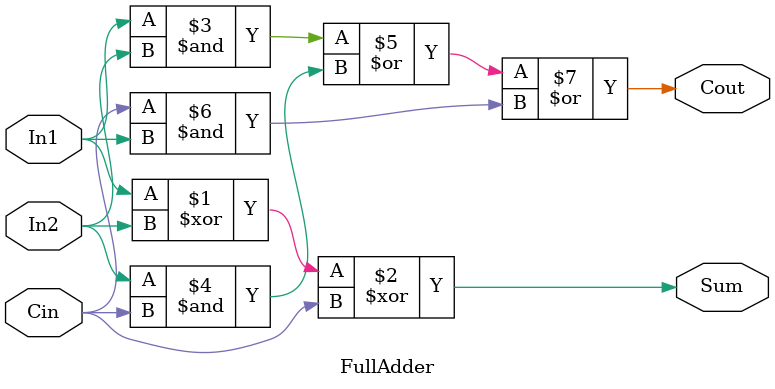
<source format=v>
`timescale 1ns / 1ps

module FullAdder(In1, In2, Cin, Sum, Cout);
    input In1, In2, Cin;
    output  Sum, Cout;
    
    assign Sum  = (In1 ^ In2) ^ Cin;
    assign Cout = (In1 & In2) | (In2 & Cin) | (Cin & In1);

endmodule
</source>
